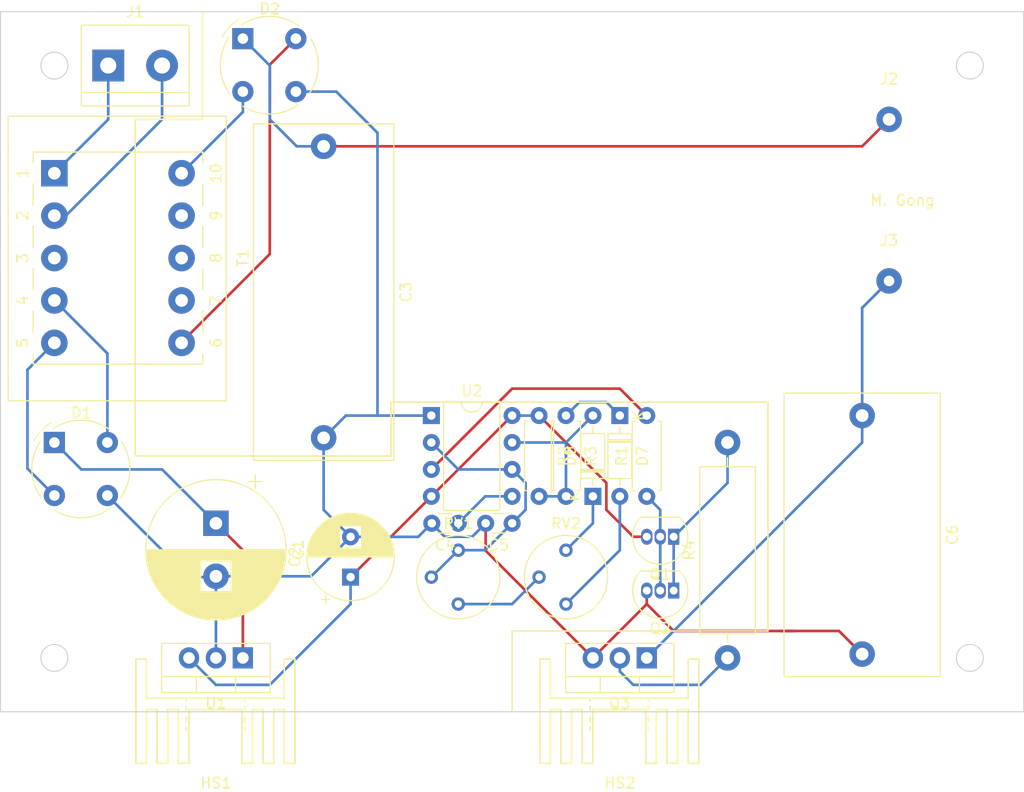
<source format=kicad_pcb>
(kicad_pcb (version 20211014) (generator pcbnew)
  (layers (0 "F.Cu" signal) (31 "B.Cu" signal) (34 "B.Paste" user) (35 "F.Paste" user) (36 "B.SilkS" user "B.Silkscreen") (37 "F.SilkS" user "F.Silkscreen") (38 "B.Mask" user) (39 "F.Mask" user) (44 "Edge.Cuts" user))
  (net 0 "")
  (net 1 "Net-(C1-Pad1)")
  (net 2 "Net-(D1-Pad2)")
  (net 3 "/PowerIn-")
  (net 4 "/PowerIn+")
  (net 5 "GND")
  (net 6 "+12V")
  (net 7 "Net-(D1-Pad4)")
  (net 8 "Net-(D2-Pad2)")
  (net 9 "Net-(D2-Pad4)")
  (net 10 "Net-(D7-Pad2)")
  (net 11 "Net-(D7-Pad1)")
  (net 12 "Net-(D8-Pad2)")
  (net 13 "Net-(D8-Pad1)")
  (net 14 "Net-(Q1-Pad1)")
  (net 15 "Net-(Q1-Pad2)")
  (net 16 "Net-(Q3-Pad2)")
  (net 17 "Net-(R1-Pad2)")
  (net 18 "Net-(RV1-Pad1)")
  (net 19 "Net-(C4-Pad1)")
  (net 20 "Net-(C5-Pad1)")
  (net 21 "/ToOutputTransformer+")
  (net 22 "/ToOutputTransformer-")
  (footprint "TerminalBlock:TerminalBlock_bornier-2_P5.08mm" (layer "F.Cu") (at 53.34 73.66)
    (fp_text reference "J1" (at 2.54 -5.08) (layer "F.SilkS"))
    (fp_text value "AC Power")
    (pad "1" thru_hole rect locked (at 0 0) (size 3 3) (drill 1.52) (layers *.Cu *.Mask) (net 4 "/PowerIn+"))
    (pad "2" thru_hole circle locked (at 5.08 0) (size 3 3) (drill 1.52) (layers *.Cu *.Mask) (net 3 "/PowerIn-"))
  )
  (footprint "Capacitor_THT:CP_Radial_D13.0mm_P5.00mm" (layer "F.Cu") (at 63.5 116.84 -90)
    (fp_text reference "C1" (at 2.5 -7.75 90) (layer "F.SilkS"))
    (fp_text value "2200uF")
    (pad "1" thru_hole rect locked (at 0 0 270) (size 2.4 2.4) (drill 1.2) (layers *.Cu *.Mask) (net 1 "Net-(C1-Pad1)"))
    (pad "2" thru_hole circle locked (at 5 0 270) (size 2.4 2.4) (drill 1.2) (layers *.Cu *.Mask) (net 5 "GND"))
  )
  (footprint "Capacitor_THT:CP_Radial_D8.0mm_P3.80mm" (layer "F.Cu") (at 76.2 121.92 90)
    (fp_text reference "C2" (at 1.9 -5.25 90) (layer "F.SilkS"))
    (fp_text value "1000uF")
    (pad "1" thru_hole rect locked (at 0 0 90) (size 1.6 1.6) (drill 0.8) (layers *.Cu *.Mask) (net 6 "+12V"))
    (pad "2" thru_hole circle locked (at 3.8 0 90) (size 1.6 1.6) (drill 0.8) (layers *.Cu *.Mask) (net 5 "GND"))
  )
  (footprint "Capacitor_THT:C_Rect_L31.5mm_W13.0mm_P27.50mm_MKS4" (layer "F.Cu") (at 73.66 81.28 -90)
    (fp_text reference "C3" (at 13.75 -7.75 90) (layer "F.SilkS"))
    (fp_text value "MKP 1uF 275V")
    (pad "1" thru_hole circle locked (at 0 0 270) (size 2.4 2.4) (drill 1.2) (layers *.Cu *.Mask) (net 21 "/ToOutputTransformer+"))
    (pad "2" thru_hole circle locked (at 27.5 0 270) (size 2.4 2.4) (drill 1.2) (layers *.Cu *.Mask) (net 5 "GND"))
  )
  (footprint "Capacitor_THT:C_Disc_D3.0mm_W1.6mm_P2.50mm" (layer "F.Cu") (at 86.36 116.84 180)
    (fp_text reference "C4" (at 1.25 -2.05) (layer "F.SilkS"))
    (fp_text value "0.01uF")
    (pad "1" thru_hole circle locked (at 0 0 180) (size 1.6 1.6) (drill 0.8) (layers *.Cu *.Mask) (net 19 "Net-(C4-Pad1)"))
    (pad "2" thru_hole circle locked (at 2.5 0 180) (size 1.6 1.6) (drill 0.8) (layers *.Cu *.Mask) (net 5 "GND"))
  )
  (footprint "Capacitor_THT:C_Disc_D3.0mm_W1.6mm_P2.50mm" (layer "F.Cu") (at 91.44 116.84 180)
    (fp_text reference "C5" (at 1.25 -2.05) (layer "F.SilkS"))
    (fp_text value "330pF")
    (pad "1" thru_hole circle locked (at 0 0 180) (size 1.6 1.6) (drill 0.8) (layers *.Cu *.Mask) (net 20 "Net-(C5-Pad1)"))
    (pad "2" thru_hole circle locked (at 2.5 0 180) (size 1.6 1.6) (drill 0.8) (layers *.Cu *.Mask) (net 5 "GND"))
  )
  (footprint "Diode_THT:Diode_Bridge_Round_D9.0mm" (layer "F.Cu") (at 48.26 109.22)
    (fp_text reference "D1" (at 2.54 -2.794) (layer "F.SilkS"))
    (fp_text value "2W10")
    (pad "1" thru_hole rect locked (at 0 0) (size 2 2) (drill 1) (layers *.Cu *.Mask) (net 1 "Net-(C1-Pad1)"))
    (pad "2" thru_hole oval locked (at 0 5) (size 2 2) (drill 1) (layers *.Cu *.Mask) (net 2 "Net-(D1-Pad2)"))
    (pad "3" thru_hole oval locked (at 5 5) (size 2 2) (drill 1) (layers *.Cu *.Mask) (net 5 "GND"))
    (pad "4" thru_hole oval locked (at 5 0) (size 2 2) (drill 1) (layers *.Cu *.Mask) (net 7 "Net-(D1-Pad4)"))
  )
  (footprint "Diode_THT:Diode_Bridge_Round_D9.0mm" (layer "F.Cu") (at 66.04 71.12)
    (fp_text reference "D2" (at 2.54 -2.794) (layer "F.SilkS"))
    (fp_text value "2W10")
    (pad "1" thru_hole rect locked (at 0 0) (size 2 2) (drill 1) (layers *.Cu *.Mask) (net 21 "/ToOutputTransformer+"))
    (pad "2" thru_hole oval locked (at 0 5) (size 2 2) (drill 1) (layers *.Cu *.Mask) (net 8 "Net-(D2-Pad2)"))
    (pad "3" thru_hole oval locked (at 5 5) (size 2 2) (drill 1) (layers *.Cu *.Mask) (net 5 "GND"))
    (pad "4" thru_hole oval locked (at 5 0) (size 2 2) (drill 1) (layers *.Cu *.Mask) (net 9 "Net-(D2-Pad4)"))
  )
  (footprint "Diode_THT:D_DO-35_SOD27_P7.62mm_Horizontal" (layer "F.Cu") (at 101.6 106.68 -90)
    (fp_text reference "D7" (at 3.81 -2.12 90) (layer "F.SilkS"))
    (fp_text value "1N4148")
    (fp_text user "K" (at 0 -1.8 90) (layer "F.SilkS"))
    (pad "1" thru_hole rect locked (at 0 0 270) (size 1.6 1.6) (drill 0.8) (layers *.Cu *.Mask) (net 11 "Net-(D7-Pad1)"))
    (pad "2" thru_hole oval locked (at 7.62 0 270) (size 1.6 1.6) (drill 0.8) (layers *.Cu *.Mask) (net 10 "Net-(D7-Pad2)"))
  )
  (footprint "Diode_THT:D_DO-35_SOD27_P7.62mm_Horizontal" (layer "F.Cu") (at 99.06 114.3 90)
    (fp_text reference "D8" (at 3.81 -2.12 90) (layer "F.SilkS"))
    (fp_text value "1N4148")
    (fp_text user "K" (at 0 -1.8 90) (layer "F.SilkS"))
    (pad "1" thru_hole rect locked (at 0 0 90) (size 1.6 1.6) (drill 0.8) (layers *.Cu *.Mask) (net 13 "Net-(D8-Pad1)"))
    (pad "2" thru_hole oval locked (at 7.62 0 90) (size 1.6 1.6) (drill 0.8) (layers *.Cu *.Mask) (net 12 "Net-(D8-Pad2)"))
  )
  (footprint "Package_TO_SOT_THT:TO-92_Inline" (layer "F.Cu") (at 106.68 118.11 180)
    (fp_text reference "Q1" (at 1.27 -3.56) (layer "F.SilkS"))
    (fp_text value "2N3904")
    (pad "1" thru_hole rect locked (at 0 0 180) (size 1.05 1.5) (drill 0.75) (layers *.Cu *.Mask) (net 14 "Net-(Q1-Pad1)"))
    (pad "2" thru_hole oval locked (at 1.27 0 180) (size 1.05 1.5) (drill 0.75) (layers *.Cu *.Mask) (net 15 "Net-(Q1-Pad2)"))
    (pad "3" thru_hole oval locked (at 2.54 0 180) (size 1.05 1.5) (drill 0.75) (layers *.Cu *.Mask) (net 6 "+12V"))
  )
  (footprint "Package_TO_SOT_THT:TO-92_Inline" (layer "F.Cu") (at 106.68 123.19 180)
    (fp_text reference "Q2" (at 1.27 -3.56) (layer "F.SilkS"))
    (fp_text value "2N3906")
    (pad "1" thru_hole rect locked (at 0 0 180) (size 1.05 1.5) (drill 0.75) (layers *.Cu *.Mask) (net 14 "Net-(Q1-Pad1)"))
    (pad "2" thru_hole oval locked (at 1.27 0 180) (size 1.05 1.5) (drill 0.75) (layers *.Cu *.Mask) (net 15 "Net-(Q1-Pad2)"))
    (pad "3" thru_hole oval locked (at 2.54 0 180) (size 1.05 1.5) (drill 0.75) (layers *.Cu *.Mask) (net 5 "GND"))
  )
  (footprint "Package_TO_SOT_THT:TO-220-3_Vertical" (layer "F.Cu") (at 104.14 129.54 180)
    (fp_text reference "Q3" (at 2.54 -4.27) (layer "F.SilkS"))
    (fp_text value "FCPF220N80")
    (pad "1" thru_hole rect locked (at 0 0 180) (size 1.905 2) (drill 1.1) (layers *.Cu *.Mask) (net 22 "/ToOutputTransformer-"))
    (pad "2" thru_hole oval locked (at 2.54 0 180) (size 1.905 2) (drill 1.1) (layers *.Cu *.Mask) (net 16 "Net-(Q3-Pad2)"))
    (pad "3" thru_hole oval locked (at 5.08 0 180) (size 1.905 2) (drill 1.1) (layers *.Cu *.Mask) (net 5 "GND"))
  )
  (footprint "Resistor_THT:R_Axial_DIN0207_L6.3mm_D2.5mm_P7.62mm_Horizontal" (layer "F.Cu") (at 104.14 114.3 90)
    (fp_text reference "R1" (at 3.81 -2.37 90) (layer "F.SilkS"))
    (fp_text value "270")
    (pad "1" thru_hole circle locked (at 0 0 90) (size 1.6 1.6) (drill 0.8) (layers *.Cu *.Mask) (net 15 "Net-(Q1-Pad2)"))
    (pad "2" thru_hole oval locked (at 7.62 0 90) (size 1.6 1.6) (drill 0.8) (layers *.Cu *.Mask) (net 17 "Net-(R1-Pad2)"))
  )
  (footprint "Resistor_THT:R_Axial_DIN0207_L6.3mm_D2.5mm_P7.62mm_Horizontal" (layer "F.Cu") (at 93.98 106.68 -90)
    (fp_text reference "R2" (at 3.81 -2.37 90) (layer "F.SilkS"))
    (fp_text value "1K")
    (pad "1" thru_hole circle locked (at 0 0 270) (size 1.6 1.6) (drill 0.8) (layers *.Cu *.Mask) (net 6 "+12V"))
    (pad "2" thru_hole oval locked (at 7.62 0 270) (size 1.6 1.6) (drill 0.8) (layers *.Cu *.Mask) (net 12 "Net-(D8-Pad2)"))
  )
  (footprint "Resistor_THT:R_Axial_DIN0207_L6.3mm_D2.5mm_P7.62mm_Horizontal" (layer "F.Cu") (at 96.52 106.68 -90)
    (fp_text reference "R3" (at 3.81 -2.37 90) (layer "F.SilkS"))
    (fp_text value "1K")
    (pad "1" thru_hole circle locked (at 0 0 270) (size 1.6 1.6) (drill 0.8) (layers *.Cu *.Mask) (net 11 "Net-(D7-Pad1)"))
    (pad "2" thru_hole oval locked (at 7.62 0 270) (size 1.6 1.6) (drill 0.8) (layers *.Cu *.Mask) (net 12 "Net-(D8-Pad2)"))
  )
  (footprint "Resistor_THT:R_Axial_DIN0516_L15.5mm_D5.0mm_P20.32mm_Horizontal" (layer "F.Cu") (at 111.76 129.54 90)
    (fp_text reference "R4" (at 10.16 -3.62 90) (layer "F.SilkS"))
    (fp_text value "10R 5W")
    (pad "1" thru_hole circle locked (at 0 0 90) (size 2.4 2.4) (drill 1.2) (layers *.Cu *.Mask) (net 16 "Net-(Q3-Pad2)"))
    (pad "2" thru_hole oval locked (at 20.32 0 90) (size 2.4 2.4) (drill 1.2) (layers *.Cu *.Mask) (net 14 "Net-(Q1-Pad1)"))
  )
  (footprint "Potentiometer_THT:Potentiometer_Bourns_3339P_Vertical" (layer "F.Cu") (at 86.36 124.46)
    (fp_text reference "RV1" (at 0 -7.6) (layer "F.SilkS"))
    (fp_text value "5K")
    (pad "1" thru_hole circle locked (at 0 0) (size 1.26 1.26) (drill 0.7) (layers *.Cu *.Mask) (net 18 "Net-(RV1-Pad1)"))
    (pad "2" thru_hole circle locked (at -2.54 -2.54) (size 1.26 1.26) (drill 0.7) (layers *.Cu *.Mask) (net 20 "Net-(C5-Pad1)"))
    (pad "3" thru_hole circle locked (at 0 -5.08) (size 1.26 1.26) (drill 0.7) (layers *.Cu *.Mask) (net 20 "Net-(C5-Pad1)"))
  )
  (footprint "Potentiometer_THT:Potentiometer_Bourns_3339P_Vertical" (layer "F.Cu") (at 96.52 124.46)
    (fp_text reference "RV2" (at 0 -7.6) (layer "F.SilkS"))
    (fp_text value "5K")
    (pad "1" thru_hole circle locked (at 0 0) (size 1.26 1.26) (drill 0.7) (layers *.Cu *.Mask) (net 10 "Net-(D7-Pad2)"))
    (pad "2" thru_hole circle locked (at -2.54 -2.54) (size 1.26 1.26) (drill 0.7) (layers *.Cu *.Mask) (net 18 "Net-(RV1-Pad1)"))
    (pad "3" thru_hole circle locked (at 0 -5.08) (size 1.26 1.26) (drill 0.7) (layers *.Cu *.Mask) (net 13 "Net-(D8-Pad1)"))
  )
  (footprint "Package_TO_SOT_THT:TO-220-3_Vertical" (layer "F.Cu") (at 66.04 129.54 180)
    (fp_text reference "U1" (at 2.54 -4.27) (layer "F.SilkS"))
    (fp_text value "L7812")
    (pad "1" thru_hole rect locked (at 0 0 180) (size 1.905 2) (drill 1.1) (layers *.Cu *.Mask) (net 1 "Net-(C1-Pad1)"))
    (pad "2" thru_hole oval locked (at 2.54 0 180) (size 1.905 2) (drill 1.1) (layers *.Cu *.Mask) (net 5 "GND"))
    (pad "3" thru_hole oval locked (at 5.08 0 180) (size 1.905 2) (drill 1.1) (layers *.Cu *.Mask) (net 6 "+12V"))
  )
  (footprint "Package_DIP:DIP-8_W7.62mm" (layer "F.Cu") (at 83.82 106.68)
    (fp_text reference "U2" (at 3.81 -2.33) (layer "F.SilkS"))
    (fp_text value "NE555")
    (pad "1" thru_hole rect locked (at 0 0) (size 1.6 1.6) (drill 0.8) (layers *.Cu *.Mask) (net 5 "GND"))
    (pad "2" thru_hole oval locked (at 0 2.54) (size 1.6 1.6) (drill 0.8) (layers *.Cu *.Mask) (net 20 "Net-(C5-Pad1)"))
    (pad "3" thru_hole oval locked (at 0 5.08) (size 1.6 1.6) (drill 0.8) (layers *.Cu *.Mask) (net 17 "Net-(R1-Pad2)"))
    (pad "4" thru_hole oval locked (at 0 7.62) (size 1.6 1.6) (drill 0.8) (layers *.Cu *.Mask) (net 6 "+12V"))
    (pad "5" thru_hole oval locked (at 7.62 7.62) (size 1.6 1.6) (drill 0.8) (layers *.Cu *.Mask) (net 19 "Net-(C4-Pad1)"))
    (pad "6" thru_hole oval locked (at 7.62 5.08) (size 1.6 1.6) (drill 0.8) (layers *.Cu *.Mask) (net 20 "Net-(C5-Pad1)"))
    (pad "7" thru_hole oval locked (at 7.62 2.54) (size 1.6 1.6) (drill 0.8) (layers *.Cu *.Mask) (net 12 "Net-(D8-Pad2)"))
    (pad "8" thru_hole oval locked (at 7.62 0) (size 1.6 1.6) (drill 0.8) (layers *.Cu *.Mask) (net 6 "+12V"))
  )
  (footprint "Power:Heatsink_TO220_15x10mm" (layer "F.Cu") (at 63.5 133.35 180)
    (fp_text reference "HS1" (at 0 -8) (layer "F.SilkS"))
    (fp_text value "Heatsink")
  )
  (footprint "Power:Heatsink_TO220_15x10mm" (layer "F.Cu") (at 101.6 133.35 180)
    (fp_text reference "HS2" (at 0 -8) (layer "F.SilkS"))
    (fp_text value "Heatsink")
  )
  (footprint "Connector_Wire:SolderWirePad_1x01_Drill1.2mm" (layer "F.Cu") (at 127 78.74)
    (fp_text reference "J2" (at 0 -3.81) (layer "F.SilkS"))
    (fp_text value "To Output Transformer+")
    (pad "1" thru_hole circle locked (at 0 0) (size 2.4 2.4) (drill 1.2) (layers *.Cu *.Mask) (net 21 "/ToOutputTransformer+"))
  )
  (footprint "Connector_Wire:SolderWirePad_1x01_Drill1.2mm" (layer "F.Cu") (at 127 93.98)
    (fp_text reference "J3" (at 0 -3.81) (layer "F.SilkS"))
    (fp_text value "To Output Transformer-")
    (pad "1" thru_hole circle locked (at 0 0) (size 2.4 2.4) (drill 1) (layers *.Cu *.Mask) (net 22 "/ToOutputTransformer-"))
  )
  (footprint "Power:Transformer_Generic_EE25_10Pin" (layer "F.Cu") (at 48.26 83.82 -90)
    (fp_text reference "T1" (at 8 -17.78 90) (layer "F.SilkS"))
    (fp_text value "6:6:50")
    (fp_text user "8" (at 8 -15.24 90) (layer "F.SilkS"))
    (fp_text user "3" (at 8 3 90) (layer "F.SilkS"))
    (fp_text user "2" (at 4 3 90) (layer "F.SilkS"))
    (fp_text user "1" (at 0 3 90) (layer "F.SilkS"))
    (fp_text user "6" (at 16 -15.24 90) (layer "F.SilkS"))
    (fp_text user "7" (at 12 -15.24 90) (layer "F.SilkS"))
    (fp_text user "4" (at 12 3 90) (layer "F.SilkS"))
    (fp_text user "9" (at 4 -15.24 90) (layer "F.SilkS"))
    (fp_text user "5" (at 16 3 90) (layer "F.SilkS"))
    (fp_text user "10" (at 0 -15.24 90) (layer "F.SilkS"))
    (pad "1" thru_hole rect locked (at 0 0 270) (size 2.5 2.5) (drill 1.2) (layers *.Cu *.Mask) (net 4 "/PowerIn+"))
    (pad "2" thru_hole circle locked (at 4 0 270) (size 2.5 2.5) (drill 1.2) (layers *.Cu *.Mask) (net 3 "/PowerIn-"))
    (pad "3" thru_hole circle locked (at 8 0 270) (size 2.5 2.5) (drill 1.2) (layers *.Cu *.Mask))
    (pad "4" thru_hole circle locked (at 12 0 270) (size 2.5 2.5) (drill 1.2) (layers *.Cu *.Mask) (net 7 "Net-(D1-Pad4)"))
    (pad "5" thru_hole circle locked (at 16 0 270) (size 2.5 2.5) (drill 1.2) (layers *.Cu *.Mask) (net 2 "Net-(D1-Pad2)"))
    (pad "6" thru_hole circle locked (at 16 -12 270) (size 2.5 2.5) (drill 1.2) (layers *.Cu *.Mask) (net 9 "Net-(D2-Pad4)"))
    (pad "7" thru_hole circle locked (at 12 -12 270) (size 2.5 2.5) (drill 1.2) (layers *.Cu *.Mask))
    (pad "8" thru_hole circle locked (at 8 -12 270) (size 2.5 2.5) (drill 1.2) (layers *.Cu *.Mask))
    (pad "9" thru_hole circle locked (at 4 -12 270) (size 2.5 2.5) (drill 1.2) (layers *.Cu *.Mask))
    (pad "10" thru_hole circle locked (at 0 -12 270) (size 2.5 2.5) (drill 1.2) (layers *.Cu *.Mask) (net 8 "Net-(D2-Pad2)"))
  )
  (footprint "Power:C_Rect_L26.5mm_W15mm_P22.50mm_MKS4" (layer "F.Cu") (at 124.46 106.68 -90)
    (fp_text reference "C6" (at 11.25 -8.5 90) (layer "F.SilkS"))
    (fp_text value "0.01uF 2kV")
    (pad "1" thru_hole circle locked (at 0 0 270) (size 2.4 2.4) (drill 1.2) (layers *.Cu *.Mask) (net 22 "/ToOutputTransformer-"))
    (pad "2" thru_hole circle locked (at 22.5 0 270) (size 2.4 2.4) (drill 1.2) (layers *.Cu *.Mask) (net 5 "GND"))
  )
  (gr_line (start 62.23 68.58) (end 62.23 78.74) (layer "F.SilkS") (width 0.15))
  (gr_line (start 55.88 78.74) (end 55.88 110.49) (layer "F.SilkS") (width 0.15))
  (gr_line (start 62.23 78.74) (end 55.88 78.74) (layer "F.SilkS") (width 0.15))
  (gr_line (start 80.01 105.41) (end 115.57 105.41) (layer "F.SilkS") (width 0.15))
  (gr_line (start 91.44 127) (end 91.44 134.62) (layer "F.SilkS") (width 0.15))
  (gr_line (start 115.57 105.41) (end 115.57 127) (layer "F.SilkS") (width 0.15))
  (gr_line (start 115.57 127) (end 91.44 127) (layer "F.SilkS") (width 0.15))
  (gr_line (start 80.01 110.49) (end 80.01 105.41) (layer "F.SilkS") (width 0.15))
  (gr_line (start 55.88 110.49) (end 80.01 110.49) (layer "F.SilkS") (width 0.15))
  (gr_circle (center 134.62 73.66) (end 135.89 73.66) (layer "Edge.Cuts") (width 0.1) (fill none))
  (gr_line (start 139.7 68.58) (end 43.18 68.58) (layer "Edge.Cuts") (width 0.1))
  (gr_line (start 139.7 134.62) (end 43.18 134.62) (layer "Edge.Cuts") (width 0.1))
  (gr_circle (center 48.26 73.66) (end 49.53 73.66) (layer "Edge.Cuts") (width 0.1) (fill none))
  (gr_line (start 43.18 68.58) (end 43.18 134.62) (layer "Edge.Cuts") (width 0.1))
  (gr_circle (center 48.26 129.54) (end 46.99 129.54) (layer "Edge.Cuts") (width 0.1) (fill none))
  (gr_line (start 139.7 134.62) (end 139.7 68.58) (layer "Edge.Cuts") (width 0.1))
  (gr_circle (center 134.62 129.54) (end 135.89 129.54) (layer "Edge.Cuts") (width 0.1) (fill none))
  (gr_text "M. Gong" (at 128.27 86.36) (layer "F.SilkS") (effects (font (size 1 1))))
  (segment (start 66.04 119.38) (end 66.04 129.54) (width 0.25) (layer "F.Cu") (net 1))
  (segment (start 63.5 116.84) (end 66.04 119.38) (width 0.25) (layer "F.Cu") (net 1))
  (segment (start 48.26 109.22) (end 50.8 111.76) (width 0.25) (layer "B.Cu") (net 1))
  (segment (start 58.42 111.76) (end 63.5 116.84) (width 0.25) (layer "B.Cu") (net 1))
  (segment (start 50.8 111.76) (end 58.42 111.76) (width 0.25) (layer "B.Cu") (net 1))
  (segment (start 45.72 102.36) (end 48.26 99.82) (width 0.25) (layer "B.Cu") (net 2))
  (segment (start 45.72 111.68) (end 48.26 114.22) (width 0.25) (layer "B.Cu") (net 2))
  (segment (start 45.72 111.68) (end 45.72 102.36) (width 0.25) (layer "B.Cu") (net 2))
  (segment (start 49.34 87.82) (end 58.42 78.74) (width 0.25) (layer "B.Cu") (net 3))
  (segment (start 58.42 78.74) (end 58.42 73.66) (width 0.25) (layer "B.Cu") (net 3))
  (segment (start 48.26 87.82) (end 49.34 87.82) (width 0.25) (layer "B.Cu") (net 3))
  (segment (start 53.34 78.74) (end 53.34 73.66) (width 0.25) (layer "B.Cu") (net 4))
  (segment (start 48.26 83.82) (end 53.34 78.74) (width 0.25) (layer "B.Cu") (net 4))
  (segment (start 88.94 116.84) (end 88.94 119.42) (width 0.25) (layer "F.Cu") (net 5))
  (segment (start 88.94 119.42) (end 99.06 129.54) (width 0.25) (layer "F.Cu") (net 5))
  (segment (start 104.14 124.46) (end 106.68 127) (width 0.25) (layer "F.Cu") (net 5))
  (segment (start 104.14 124.46) (end 104.14 123.19) (width 0.25) (layer "F.Cu") (net 5))
  (segment (start 99.06 129.54) (end 104.14 124.46) (width 0.25) (layer "F.Cu") (net 5))
  (segment (start 116.84 127) (end 118.11 127) (width 0.25) (layer "F.Cu") (net 5))
  (segment (start 116.84 127) (end 122.28 127) (width 0.25) (layer "F.Cu") (net 5))
  (segment (start 122.28 127) (end 124.46 129.18) (width 0.25) (layer "F.Cu") (net 5))
  (segment (start 106.68 127) (end 116.84 127) (width 0.25) (layer "F.Cu") (net 5))
  (segment (start 83.82 106.68) (end 78.74 106.68) (width 0.25) (layer "B.Cu") (net 5))
  (segment (start 60.96 121.92) (end 53.26 114.22) (width 0.25) (layer "B.Cu") (net 5))
  (segment (start 73.66 108.78) (end 73.66 115.58) (width 0.25) (layer "B.Cu") (net 5))
  (segment (start 63.5 121.84) (end 72.48 121.84) (width 0.25) (layer "B.Cu") (net 5))
  (segment (start 72.48 121.84) (end 76.2 118.12) (width 0.25) (layer "B.Cu") (net 5))
  (segment (start 78.74 106.68) (end 75.76 106.68) (width 0.25) (layer "B.Cu") (net 5))
  (segment (start 75.76 106.68) (end 73.66 108.78) (width 0.25) (layer "B.Cu") (net 5))
  (segment (start 87.67 118.11) (end 88.94 116.84) (width 0.25) (layer "B.Cu") (net 5))
  (segment (start 78.74 80.01) (end 78.74 106.68) (width 0.25) (layer "B.Cu") (net 5))
  (segment (start 74.85 76.12) (end 78.74 80.01) (width 0.25) (layer "B.Cu") (net 5))
  (segment (start 85.09 118.11) (end 87.67 118.11) (width 0.25) (layer "B.Cu") (net 5))
  (segment (start 83.86 116.88) (end 85.09 118.11) (width 0.25) (layer "B.Cu") (net 5))
  (segment (start 83.86 116.84) (end 83.86 116.88) (width 0.25) (layer "B.Cu") (net 5))
  (segment (start 82.58 118.12) (end 83.86 116.84) (width 0.25) (layer "B.Cu") (net 5))
  (segment (start 60.96 121.92) (end 63.42 121.92) (width 0.25) (layer "B.Cu") (net 5))
  (segment (start 71.04 76.12) (end 74.85 76.12) (width 0.25) (layer "B.Cu") (net 5))
  (segment (start 76.2 118.12) (end 82.58 118.12) (width 0.25) (layer "B.Cu") (net 5))
  (segment (start 63.5 129.54) (end 63.5 121.84) (width 0.25) (layer "B.Cu") (net 5))
  (segment (start 73.66 115.58) (end 76.2 118.12) (width 0.25) (layer "B.Cu") (net 5))
  (segment (start 102.87 118.11) (end 100.33 115.57) (width 0.25) (layer "F.Cu") (net 6))
  (segment (start 93.98 106.68) (end 100.33 113.03) (width 0.25) (layer "F.Cu") (net 6))
  (segment (start 104.14 118.11) (end 102.87 118.11) (width 0.25) (layer "F.Cu") (net 6))
  (segment (start 83.82 114.3) (end 91.44 106.68) (width 0.25) (layer "F.Cu") (net 6))
  (segment (start 76.2 121.92) (end 83.82 114.3) (width 0.25) (layer "F.Cu") (net 6))
  (segment (start 100.33 113.03) (end 100.33 115.57) (width 0.25) (layer "F.Cu") (net 6))
  (segment (start 68.58 132.08) (end 76.2 124.46) (width 0.25) (layer "B.Cu") (net 6))
  (segment (start 91.44 106.68) (end 93.98 106.68) (width 0.25) (layer "B.Cu") (net 6))
  (segment (start 63.5 132.08) (end 68.58 132.08) (width 0.25) (layer "B.Cu") (net 6))
  (segment (start 60.96 129.54) (end 63.5 132.08) (width 0.25) (layer "B.Cu") (net 6))
  (segment (start 76.2 124.46) (end 76.2 121.92) (width 0.25) (layer "B.Cu") (net 6))
  (segment (start 53.26 109.22) (end 53.26 100.82) (width 0.25) (layer "B.Cu") (net 7))
  (segment (start 53.26 100.82) (end 48.26 95.82) (width 0.25) (layer "B.Cu") (net 7))
  (segment (start 66.04 76.12) (end 66.04 78.04) (width 0.25) (layer "B.Cu") (net 8))
  (segment (start 66.04 78.04) (end 60.26 83.82) (width 0.25) (layer "B.Cu") (net 8))
  (segment (start 68.58 91.44) (end 68.58 73.58) (width 0.25) (layer "F.Cu") (net 9))
  (segment (start 60.26 99.76) (end 68.58 91.44) (width 0.25) (layer "F.Cu") (net 9))
  (segment (start 60.26 99.82) (end 60.26 99.76) (width 0.25) (layer "F.Cu") (net 9))
  (segment (start 68.58 73.58) (end 71.04 71.12) (width 0.25) (layer "F.Cu") (net 9))
  (segment (start 60.26 99.82) (end 60.45 99.82) (width 0.25) (layer "B.Cu") (net 9))
  (segment (start 101.6 119.38) (end 101.6 114.3) (width 0.25) (layer "B.Cu") (net 10))
  (segment (start 101.6 119.38) (end 96.52 124.46) (width 0.25) (layer "B.Cu") (net 10))
  (segment (start 96.52 106.68) (end 97.79 105.41) (width 0.25) (layer "B.Cu") (net 11))
  (segment (start 100.33 105.41) (end 101.6 106.68) (width 0.25) (layer "B.Cu") (net 11))
  (segment (start 97.79 105.41) (end 100.33 105.41) (width 0.25) (layer "B.Cu") (net 11))
  (segment (start 96.52 114.3) (end 93.98 114.3) (width 0.25) (layer "B.Cu") (net 12))
  (segment (start 91.44 109.22) (end 96.52 109.22) (width 0.25) (layer "B.Cu") (net 12))
  (segment (start 96.52 109.22) (end 96.52 114.3) (width 0.25) (layer "B.Cu") (net 12))
  (segment (start 96.52 109.22) (end 99.06 106.68) (width 0.25) (layer "B.Cu") (net 12))
  (segment (start 99.06 116.84) (end 96.52 119.38) (width 0.25) (layer "B.Cu") (net 13))
  (segment (start 99.06 114.3) (end 99.06 116.84) (width 0.25) (layer "B.Cu") (net 13))
  (segment (start 106.68 118.11) (end 111.76 113.03) (width 0.25) (layer "B.Cu") (net 14))
  (segment (start 111.76 113.03) (end 111.76 109.22) (width 0.25) (layer "B.Cu") (net 14))
  (segment (start 106.68 123.19) (end 106.68 118.11) (width 0.25) (layer "B.Cu") (net 14))
  (segment (start 105.41 123.19) (end 105.41 118.11) (width 0.25) (layer "B.Cu") (net 15))
  (segment (start 105.41 115.57) (end 104.14 114.3) (width 0.25) (layer "B.Cu") (net 15))
  (segment (start 105.41 118.11) (end 105.41 115.57) (width 0.25) (layer "B.Cu") (net 15))
  (segment (start 101.6 129.54) (end 101.6 130.81) (width 0.25) (layer "B.Cu") (net 16))
  (segment (start 101.6 130.81) (end 102.87 132.08) (width 0.25) (layer "B.Cu") (net 16))
  (segment (start 102.87 132.08) (end 109.22 132.08) (width 0.25) (layer "B.Cu") (net 16))
  (segment (start 109.22 132.08) (end 111.76 129.54) (width 0.25) (layer "B.Cu") (net 16))
  (segment (start 101.6 104.14) (end 91.44 104.14) (width 0.25) (layer "F.Cu") (net 17))
  (segment (start 83.82 111.76) (end 91.44 104.14) (width 0.25) (layer "F.Cu") (net 17))
  (segment (start 101.6 104.14) (end 104.14 106.68) (width 0.25) (layer "F.Cu") (net 17))
  (segment (start 86.36 124.46) (end 91.44 124.46) (width 0.25) (layer "B.Cu") (net 18))
  (segment (start 91.44 124.46) (end 93.98 121.92) (width 0.25) (layer "B.Cu") (net 18))
  (segment (start 88.9 114.3) (end 86.36 116.84) (width 0.25) (layer "B.Cu") (net 19))
  (segment (start 91.44 114.3) (end 88.9 114.3) (width 0.25) (layer "B.Cu") (net 19))
  (segment (start 83.82 121.92) (end 86.36 119.38) (width 0.25) (layer "B.Cu") (net 20))
  (segment (start 86.36 119.38) (end 88.9 119.38) (width 0.25) (layer "B.Cu") (net 20))
  (segment (start 92.71 113.03) (end 92.71 115.57) (width 0.25) (layer "B.Cu") (net 20))
  (segment (start 92.71 115.57) (end 91.44 116.84) (width 0.25) (layer "B.Cu") (net 20))
  (segment (start 88.9 119.38) (end 91.44 116.84) (width 0.25) (layer "B.Cu") (net 20))
  (segment (start 91.44 111.76) (end 86.36 111.76) (width 0.25) (layer "B.Cu") (net 20))
  (segment (start 86.36 111.76) (end 83.82 109.22) (width 0.25) (layer "B.Cu") (net 20))
  (segment (start 91.44 111.76) (end 92.71 113.03) (width 0.25) (layer "B.Cu") (net 20))
  (segment (start 124.46 81.28) (end 127 78.74) (width 0.25) (layer "F.Cu") (net 21))
  (segment (start 73.66 81.28) (end 124.46 81.28) (width 0.25) (layer "F.Cu") (net 21))
  (segment (start 68.58 73.66) (end 68.58 78.74) (width 0.25) (layer "B.Cu") (net 21))
  (segment (start 66.04 71.12) (end 68.58 73.66) (width 0.25) (layer "B.Cu") (net 21))
  (segment (start 68.58 78.74) (end 71.12 81.28) (width 0.25) (layer "B.Cu") (net 21))
  (segment (start 71.12 81.28) (end 73.66 81.28) (width 0.25) (layer "B.Cu") (net 21))
  (segment (start 124.46 109.22) (end 104.14 129.54) (width 0.25) (layer "B.Cu") (net 22))
  (segment (start 124.46 106.68) (end 124.46 96.52) (width 0.25) (layer "B.Cu") (net 22))
  (segment (start 124.46 106.68) (end 124.46 109.22) (width 0.25) (layer "B.Cu") (net 22))
  (segment (start 124.46 96.52) (end 127 93.98) (width 0.25) (layer "B.Cu") (net 22))
)
</source>
